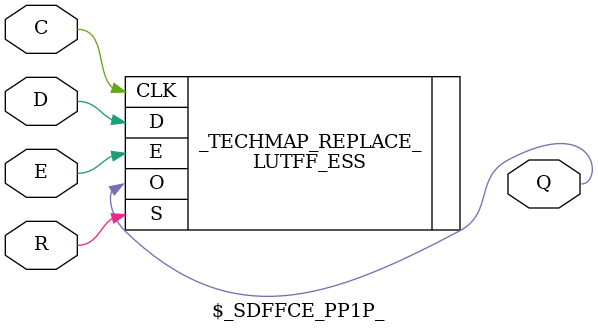
<source format=v>
module  \$_DFF_P_ (input D, C, output Q); LUTFF _TECHMAP_REPLACE_ (.D(D), .O(Q), .CLK(C)); endmodule
//module  \$_DFF_N_ (input D, C, output Q); SB_DFFN _TECHMAP_REPLACE_ (.D(D), .O(Q), .C(C)); endmodule
//module  \$_DFF_P_ (input D, C, output Q); SB_DFF  _TECHMAP_REPLACE_ (.D(D), .O(Q), .C(C)); endmodule

//module  \$_DFFE_NP_ (input D, C, E, output Q); SB_DFFNE _TECHMAP_REPLACE_ (.D(D), .O(Q), .C(C), .E(E)); endmodule
module  \$_DFFE_PP_ (input D, C, E, output Q); LUTFF_E  _TECHMAP_REPLACE_ (.D(D), .O(Q), .CLK(C), .E(E)); endmodule

//module  \$_DFF_NP0_ (input D, C, R, output Q); SB_DFFNR _TECHMAP_REPLACE_ (.D(D), .O(Q), .CLK(C), .R(R)); endmodule
//module  \$_DFF_NP1_ (input D, C, R, output Q); SB_DFFNS _TECHMAP_REPLACE_ (.D(D), .O(Q), .CLK(C), .S(R)); endmodule
//module  \$_DFF_PP0_ (input D, C, R, output Q); LUTFF_R  _TECHMAP_REPLACE_ (.D(D), .O(Q), .CLK(C), .R(R)); endmodule
//module  \$_DFF_PP1_ (input D, C, R, output Q); LUTFF_S  _TECHMAP_REPLACE_ (.D(D), .O(Q), .CLK(C), .S(R)); endmodule

//module  \$_DFFE_NP0P_ (input D, C, E, R, output Q); SB_DFFNER _TECHMAP_REPLACE_ (.D(D), .O(Q), .CLK(C), .E(E), .R(R)); endmodule
//module  \$_DFFE_NP1P_ (input D, C, E, R, output Q); SB_DFFNES _TECHMAP_REPLACE_ (.D(D), .O(Q), .CLK(C), .E(E), .S(R)); endmodule
//module  \$_DFFE_PP0P_ (input D, C, E, R, output Q); LUTFF_ER  _TECHMAP_REPLACE_ (.D(D), .O(Q), .CLK(C), .E(E), .R(R)); endmodule
//module  \$_DFFE_PP1P_ (input D, C, E, R, output Q); LUTFF_ES  _TECHMAP_REPLACE_ (.D(D), .O(Q), .CLK(C), .E(E), .S(R)); endmodule

//module  \$_SDFF_NP0_ (input D, C, R, output Q); SB_DFFNSR _TECHMAP_REPLACE_ (.D(D), .O(Q), .CLK(C), .R(R)); endmodule
//module  \$_SDFF_NP1_ (input D, C, R, output Q); SB_DFFNSS _TECHMAP_REPLACE_ (.D(D), .O(Q), .CLK(C), .S(R)); endmodule
module  \$_SDFF_PP0_ (input D, C, R, output Q); LUTFF_SR  _TECHMAP_REPLACE_ (.D(D), .O(Q), .CLK(C), .R(R)); endmodule
module  \$_SDFF_PP1_ (input D, C, R, output Q); LUTFF_SS  _TECHMAP_REPLACE_ (.D(D), .O(Q), .CLK(C), .S(R)); endmodule

//module  \$_SDFFCE_NP0P_ (input D, C, E, R, output Q); SB_DFFNESR _TECHMAP_REPLACE_ (.D(D), .O(Q), .CLK(C), .E(E), .R(R)); endmodule
//module  \$_SDFFCE_NP1P_ (input D, C, E, R, output Q); SB_DFFNESS _TECHMAP_REPLACE_ (.D(D), .O(Q), .CLK(C), .E(E), .S(R)); endmodule
module  \$_SDFFCE_PP0P_ (input D, C, E, R, output Q); LUTFF_ESR  _TECHMAP_REPLACE_ (.D(D), .O(Q), .CLK(C), .E(E), .R(R)); endmodule
module  \$_SDFFCE_PP1P_ (input D, C, E, R, output Q); LUTFF_ESS  _TECHMAP_REPLACE_ (.D(D), .O(Q), .CLK(C), .E(E), .S(R)); endmodule

</source>
